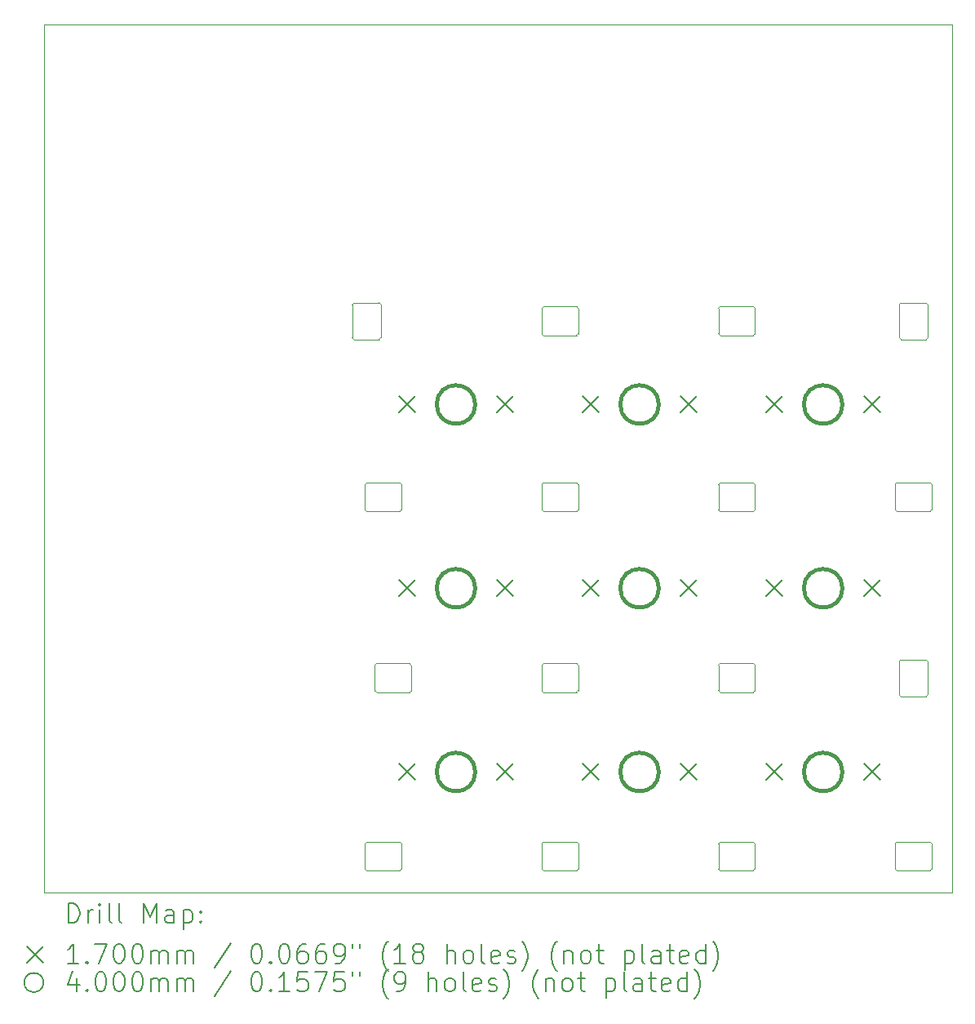
<source format=gbr>
%TF.GenerationSoftware,KiCad,Pcbnew,9.0.2*%
%TF.CreationDate,2025-06-22T22:41:08+03:00*%
%TF.ProjectId,macropad,6d616372-6f70-4616-942e-6b696361645f,rev?*%
%TF.SameCoordinates,Original*%
%TF.FileFunction,Drillmap*%
%TF.FilePolarity,Positive*%
%FSLAX45Y45*%
G04 Gerber Fmt 4.5, Leading zero omitted, Abs format (unit mm)*
G04 Created by KiCad (PCBNEW 9.0.2) date 2025-06-22 22:41:08*
%MOMM*%
%LPD*%
G01*
G04 APERTURE LIST*
%ADD10C,0.050000*%
%ADD11C,0.120000*%
%ADD12C,0.200000*%
%ADD13C,0.170000*%
%ADD14C,0.400000*%
G04 APERTURE END LIST*
D10*
X10775000Y-5300000D02*
X20200000Y-5300000D01*
X20200000Y-14300000D01*
X10775000Y-14300000D01*
X10775000Y-5300000D01*
D11*
X15943333Y-14055000D02*
X15943333Y-13795000D01*
X15963333Y-13775000D02*
X16303333Y-13775000D01*
X16303333Y-14075000D02*
X15963333Y-14075000D01*
X16323333Y-13795000D02*
X16323333Y-14055000D01*
X15943333Y-13795000D02*
G75*
G02*
X15963333Y-13775000I20000J0D01*
G01*
X15963333Y-14075000D02*
G75*
G02*
X15943333Y-14055000I0J20000D01*
G01*
X16303333Y-13775000D02*
G75*
G02*
X16323333Y-13795000I0J-20000D01*
G01*
X16323333Y-14055000D02*
G75*
G02*
X16303333Y-14075000I-20000J0D01*
G01*
X17776667Y-10330000D02*
X17776667Y-10070000D01*
X17796667Y-10050000D02*
X18136667Y-10050000D01*
X18136667Y-10350000D02*
X17796667Y-10350000D01*
X18156667Y-10070000D02*
X18156667Y-10330000D01*
X17776667Y-10070000D02*
G75*
G02*
X17796667Y-10050000I20000J0D01*
G01*
X17796667Y-10350000D02*
G75*
G02*
X17776667Y-10330000I0J20000D01*
G01*
X18136667Y-10050000D02*
G75*
G02*
X18156667Y-10070000I0J-20000D01*
G01*
X18156667Y-10330000D02*
G75*
G02*
X18136667Y-10350000I-20000J0D01*
G01*
X15943333Y-8505000D02*
X15943333Y-8245000D01*
X15963333Y-8225000D02*
X16303333Y-8225000D01*
X16303333Y-8525000D02*
X15963333Y-8525000D01*
X16323333Y-8245000D02*
X16323333Y-8505000D01*
X15943333Y-8245000D02*
G75*
G02*
X15963333Y-8225000I20000J0D01*
G01*
X15963333Y-8525000D02*
G75*
G02*
X15943333Y-8505000I0J20000D01*
G01*
X16303333Y-8225000D02*
G75*
G02*
X16323333Y-8245000I0J-20000D01*
G01*
X16323333Y-8505000D02*
G75*
G02*
X16303333Y-8525000I-20000J0D01*
G01*
X14110000Y-14055000D02*
X14110000Y-13795000D01*
X14130000Y-13775000D02*
X14470000Y-13775000D01*
X14470000Y-14075000D02*
X14130000Y-14075000D01*
X14490000Y-13795000D02*
X14490000Y-14055000D01*
X14110000Y-13795000D02*
G75*
G02*
X14130000Y-13775000I20000J0D01*
G01*
X14130000Y-14075000D02*
G75*
G02*
X14110000Y-14055000I0J20000D01*
G01*
X14470000Y-13775000D02*
G75*
G02*
X14490000Y-13795000I0J-20000D01*
G01*
X14490000Y-14055000D02*
G75*
G02*
X14470000Y-14075000I-20000J0D01*
G01*
X15943333Y-12205000D02*
X15943333Y-11945000D01*
X15963333Y-11925000D02*
X16303333Y-11925000D01*
X16303333Y-12225000D02*
X15963333Y-12225000D01*
X16323333Y-11945000D02*
X16323333Y-12205000D01*
X15943333Y-11945000D02*
G75*
G02*
X15963333Y-11925000I20000J0D01*
G01*
X15963333Y-12225000D02*
G75*
G02*
X15943333Y-12205000I0J20000D01*
G01*
X16303333Y-11925000D02*
G75*
G02*
X16323333Y-11945000I0J-20000D01*
G01*
X16323333Y-12205000D02*
G75*
G02*
X16303333Y-12225000I-20000J0D01*
G01*
X19610000Y-14055000D02*
X19610000Y-13795000D01*
X19630000Y-13775000D02*
X19970000Y-13775000D01*
X19970000Y-14075000D02*
X19630000Y-14075000D01*
X19990000Y-13795000D02*
X19990000Y-14055000D01*
X19610000Y-13795000D02*
G75*
G02*
X19630000Y-13775000I20000J0D01*
G01*
X19630000Y-14075000D02*
G75*
G02*
X19610000Y-14055000I0J20000D01*
G01*
X19970000Y-13775000D02*
G75*
G02*
X19990000Y-13795000I0J-20000D01*
G01*
X19990000Y-14055000D02*
G75*
G02*
X19970000Y-14075000I-20000J0D01*
G01*
X17776667Y-12205000D02*
X17776667Y-11945000D01*
X17796667Y-11925000D02*
X18136667Y-11925000D01*
X18136667Y-12225000D02*
X17796667Y-12225000D01*
X18156667Y-11945000D02*
X18156667Y-12205000D01*
X17776667Y-11945000D02*
G75*
G02*
X17796667Y-11925000I20000J0D01*
G01*
X17796667Y-12225000D02*
G75*
G02*
X17776667Y-12205000I0J20000D01*
G01*
X18136667Y-11925000D02*
G75*
G02*
X18156667Y-11945000I0J-20000D01*
G01*
X18156667Y-12205000D02*
G75*
G02*
X18136667Y-12225000I-20000J0D01*
G01*
X14210000Y-12205000D02*
X14210000Y-11945000D01*
X14230000Y-11925000D02*
X14570000Y-11925000D01*
X14570000Y-12225000D02*
X14230000Y-12225000D01*
X14590000Y-11945000D02*
X14590000Y-12205000D01*
X14210000Y-11945000D02*
G75*
G02*
X14230000Y-11925000I20000J0D01*
G01*
X14230000Y-12225000D02*
G75*
G02*
X14210000Y-12205000I0J20000D01*
G01*
X14570000Y-11925000D02*
G75*
G02*
X14590000Y-11945000I0J-20000D01*
G01*
X14590000Y-12205000D02*
G75*
G02*
X14570000Y-12225000I-20000J0D01*
G01*
X17776667Y-8505000D02*
X17776667Y-8245000D01*
X17796667Y-8225000D02*
X18136667Y-8225000D01*
X18136667Y-8525000D02*
X17796667Y-8525000D01*
X18156667Y-8245000D02*
X18156667Y-8505000D01*
X17776667Y-8245000D02*
G75*
G02*
X17796667Y-8225000I20000J0D01*
G01*
X17796667Y-8525000D02*
G75*
G02*
X17776667Y-8505000I0J20000D01*
G01*
X18136667Y-8225000D02*
G75*
G02*
X18156667Y-8245000I0J-20000D01*
G01*
X18156667Y-8505000D02*
G75*
G02*
X18136667Y-8525000I-20000J0D01*
G01*
X13975000Y-8545000D02*
X13975000Y-8205000D01*
X13995000Y-8185000D02*
X14255000Y-8185000D01*
X14255000Y-8565000D02*
X13995000Y-8565000D01*
X14275000Y-8205000D02*
X14275000Y-8545000D01*
X13975000Y-8205000D02*
G75*
G02*
X13995000Y-8185000I20000J0D01*
G01*
X13995000Y-8565000D02*
G75*
G02*
X13975000Y-8545000I0J20000D01*
G01*
X14255000Y-8185000D02*
G75*
G02*
X14275000Y-8205000I0J-20000D01*
G01*
X14275000Y-8545000D02*
G75*
G02*
X14255000Y-8565000I-20000J0D01*
G01*
X17776667Y-14055000D02*
X17776667Y-13795000D01*
X17796667Y-13775000D02*
X18136667Y-13775000D01*
X18136667Y-14075000D02*
X17796667Y-14075000D01*
X18156667Y-13795000D02*
X18156667Y-14055000D01*
X17776667Y-13795000D02*
G75*
G02*
X17796667Y-13775000I20000J0D01*
G01*
X17796667Y-14075000D02*
G75*
G02*
X17776667Y-14055000I0J20000D01*
G01*
X18136667Y-13775000D02*
G75*
G02*
X18156667Y-13795000I0J-20000D01*
G01*
X18156667Y-14055000D02*
G75*
G02*
X18136667Y-14075000I-20000J0D01*
G01*
X19650000Y-12245000D02*
X19650000Y-11905000D01*
X19670000Y-11885000D02*
X19930000Y-11885000D01*
X19930000Y-12265000D02*
X19670000Y-12265000D01*
X19950000Y-11905000D02*
X19950000Y-12245000D01*
X19650000Y-11905000D02*
G75*
G02*
X19670000Y-11885000I20000J0D01*
G01*
X19670000Y-12265000D02*
G75*
G02*
X19650000Y-12245000I0J20000D01*
G01*
X19930000Y-11885000D02*
G75*
G02*
X19950000Y-11905000I0J-20000D01*
G01*
X19950000Y-12245000D02*
G75*
G02*
X19930000Y-12265000I-20000J0D01*
G01*
X19610000Y-10330000D02*
X19610000Y-10070000D01*
X19630000Y-10050000D02*
X19970000Y-10050000D01*
X19970000Y-10350000D02*
X19630000Y-10350000D01*
X19990000Y-10070000D02*
X19990000Y-10330000D01*
X19610000Y-10070000D02*
G75*
G02*
X19630000Y-10050000I20000J0D01*
G01*
X19630000Y-10350000D02*
G75*
G02*
X19610000Y-10330000I0J20000D01*
G01*
X19970000Y-10050000D02*
G75*
G02*
X19990000Y-10070000I0J-20000D01*
G01*
X19990000Y-10330000D02*
G75*
G02*
X19970000Y-10350000I-20000J0D01*
G01*
X14110000Y-10330000D02*
X14110000Y-10070000D01*
X14130000Y-10050000D02*
X14470000Y-10050000D01*
X14470000Y-10350000D02*
X14130000Y-10350000D01*
X14490000Y-10070000D02*
X14490000Y-10330000D01*
X14110000Y-10070000D02*
G75*
G02*
X14130000Y-10050000I20000J0D01*
G01*
X14130000Y-10350000D02*
G75*
G02*
X14110000Y-10330000I0J20000D01*
G01*
X14470000Y-10050000D02*
G75*
G02*
X14490000Y-10070000I0J-20000D01*
G01*
X14490000Y-10330000D02*
G75*
G02*
X14470000Y-10350000I-20000J0D01*
G01*
X15943333Y-10330000D02*
X15943333Y-10070000D01*
X15963333Y-10050000D02*
X16303333Y-10050000D01*
X16303333Y-10350000D02*
X15963333Y-10350000D01*
X16323333Y-10070000D02*
X16323333Y-10330000D01*
X15943333Y-10070000D02*
G75*
G02*
X15963333Y-10050000I20000J0D01*
G01*
X15963333Y-10350000D02*
G75*
G02*
X15943333Y-10330000I0J20000D01*
G01*
X16303333Y-10050000D02*
G75*
G02*
X16323333Y-10070000I0J-20000D01*
G01*
X16323333Y-10330000D02*
G75*
G02*
X16303333Y-10350000I-20000J0D01*
G01*
X19650000Y-8545000D02*
X19650000Y-8205000D01*
X19670000Y-8185000D02*
X19930000Y-8185000D01*
X19930000Y-8565000D02*
X19670000Y-8565000D01*
X19950000Y-8205000D02*
X19950000Y-8545000D01*
X19650000Y-8205000D02*
G75*
G02*
X19670000Y-8185000I20000J0D01*
G01*
X19670000Y-8565000D02*
G75*
G02*
X19650000Y-8545000I0J20000D01*
G01*
X19930000Y-8185000D02*
G75*
G02*
X19950000Y-8205000I0J-20000D01*
G01*
X19950000Y-8545000D02*
G75*
G02*
X19930000Y-8565000I-20000J0D01*
G01*
D12*
D13*
X14460000Y-9155000D02*
X14630000Y-9325000D01*
X14630000Y-9155000D02*
X14460000Y-9325000D01*
X14460000Y-11060000D02*
X14630000Y-11230000D01*
X14630000Y-11060000D02*
X14460000Y-11230000D01*
X14460000Y-12965000D02*
X14630000Y-13135000D01*
X14630000Y-12965000D02*
X14460000Y-13135000D01*
X15476000Y-9155000D02*
X15646000Y-9325000D01*
X15646000Y-9155000D02*
X15476000Y-9325000D01*
X15476000Y-11060000D02*
X15646000Y-11230000D01*
X15646000Y-11060000D02*
X15476000Y-11230000D01*
X15476000Y-12965000D02*
X15646000Y-13135000D01*
X15646000Y-12965000D02*
X15476000Y-13135000D01*
X16365000Y-9155000D02*
X16535000Y-9325000D01*
X16535000Y-9155000D02*
X16365000Y-9325000D01*
X16365000Y-11060000D02*
X16535000Y-11230000D01*
X16535000Y-11060000D02*
X16365000Y-11230000D01*
X16365000Y-12965000D02*
X16535000Y-13135000D01*
X16535000Y-12965000D02*
X16365000Y-13135000D01*
X17381000Y-9155000D02*
X17551000Y-9325000D01*
X17551000Y-9155000D02*
X17381000Y-9325000D01*
X17381000Y-11060000D02*
X17551000Y-11230000D01*
X17551000Y-11060000D02*
X17381000Y-11230000D01*
X17381000Y-12965000D02*
X17551000Y-13135000D01*
X17551000Y-12965000D02*
X17381000Y-13135000D01*
X18270000Y-9155000D02*
X18440000Y-9325000D01*
X18440000Y-9155000D02*
X18270000Y-9325000D01*
X18270000Y-11060000D02*
X18440000Y-11230000D01*
X18440000Y-11060000D02*
X18270000Y-11230000D01*
X18270000Y-12965000D02*
X18440000Y-13135000D01*
X18440000Y-12965000D02*
X18270000Y-13135000D01*
X19286000Y-9155000D02*
X19456000Y-9325000D01*
X19456000Y-9155000D02*
X19286000Y-9325000D01*
X19286000Y-11060000D02*
X19456000Y-11230000D01*
X19456000Y-11060000D02*
X19286000Y-11230000D01*
X19286000Y-12965000D02*
X19456000Y-13135000D01*
X19456000Y-12965000D02*
X19286000Y-13135000D01*
D14*
X15253000Y-9240000D02*
G75*
G02*
X14853000Y-9240000I-200000J0D01*
G01*
X14853000Y-9240000D02*
G75*
G02*
X15253000Y-9240000I200000J0D01*
G01*
X15253000Y-11145000D02*
G75*
G02*
X14853000Y-11145000I-200000J0D01*
G01*
X14853000Y-11145000D02*
G75*
G02*
X15253000Y-11145000I200000J0D01*
G01*
X15253000Y-13050000D02*
G75*
G02*
X14853000Y-13050000I-200000J0D01*
G01*
X14853000Y-13050000D02*
G75*
G02*
X15253000Y-13050000I200000J0D01*
G01*
X17158000Y-9240000D02*
G75*
G02*
X16758000Y-9240000I-200000J0D01*
G01*
X16758000Y-9240000D02*
G75*
G02*
X17158000Y-9240000I200000J0D01*
G01*
X17158000Y-11145000D02*
G75*
G02*
X16758000Y-11145000I-200000J0D01*
G01*
X16758000Y-11145000D02*
G75*
G02*
X17158000Y-11145000I200000J0D01*
G01*
X17158000Y-13050000D02*
G75*
G02*
X16758000Y-13050000I-200000J0D01*
G01*
X16758000Y-13050000D02*
G75*
G02*
X17158000Y-13050000I200000J0D01*
G01*
X19063000Y-9240000D02*
G75*
G02*
X18663000Y-9240000I-200000J0D01*
G01*
X18663000Y-9240000D02*
G75*
G02*
X19063000Y-9240000I200000J0D01*
G01*
X19063000Y-11145000D02*
G75*
G02*
X18663000Y-11145000I-200000J0D01*
G01*
X18663000Y-11145000D02*
G75*
G02*
X19063000Y-11145000I200000J0D01*
G01*
X19063000Y-13050000D02*
G75*
G02*
X18663000Y-13050000I-200000J0D01*
G01*
X18663000Y-13050000D02*
G75*
G02*
X19063000Y-13050000I200000J0D01*
G01*
D12*
X11033277Y-14613984D02*
X11033277Y-14413984D01*
X11033277Y-14413984D02*
X11080896Y-14413984D01*
X11080896Y-14413984D02*
X11109467Y-14423508D01*
X11109467Y-14423508D02*
X11128515Y-14442555D01*
X11128515Y-14442555D02*
X11138039Y-14461603D01*
X11138039Y-14461603D02*
X11147563Y-14499698D01*
X11147563Y-14499698D02*
X11147563Y-14528269D01*
X11147563Y-14528269D02*
X11138039Y-14566365D01*
X11138039Y-14566365D02*
X11128515Y-14585412D01*
X11128515Y-14585412D02*
X11109467Y-14604460D01*
X11109467Y-14604460D02*
X11080896Y-14613984D01*
X11080896Y-14613984D02*
X11033277Y-14613984D01*
X11233277Y-14613984D02*
X11233277Y-14480650D01*
X11233277Y-14518746D02*
X11242801Y-14499698D01*
X11242801Y-14499698D02*
X11252324Y-14490174D01*
X11252324Y-14490174D02*
X11271372Y-14480650D01*
X11271372Y-14480650D02*
X11290420Y-14480650D01*
X11357086Y-14613984D02*
X11357086Y-14480650D01*
X11357086Y-14413984D02*
X11347562Y-14423508D01*
X11347562Y-14423508D02*
X11357086Y-14433031D01*
X11357086Y-14433031D02*
X11366610Y-14423508D01*
X11366610Y-14423508D02*
X11357086Y-14413984D01*
X11357086Y-14413984D02*
X11357086Y-14433031D01*
X11480896Y-14613984D02*
X11461848Y-14604460D01*
X11461848Y-14604460D02*
X11452324Y-14585412D01*
X11452324Y-14585412D02*
X11452324Y-14413984D01*
X11585658Y-14613984D02*
X11566610Y-14604460D01*
X11566610Y-14604460D02*
X11557086Y-14585412D01*
X11557086Y-14585412D02*
X11557086Y-14413984D01*
X11814229Y-14613984D02*
X11814229Y-14413984D01*
X11814229Y-14413984D02*
X11880896Y-14556841D01*
X11880896Y-14556841D02*
X11947562Y-14413984D01*
X11947562Y-14413984D02*
X11947562Y-14613984D01*
X12128515Y-14613984D02*
X12128515Y-14509222D01*
X12128515Y-14509222D02*
X12118991Y-14490174D01*
X12118991Y-14490174D02*
X12099943Y-14480650D01*
X12099943Y-14480650D02*
X12061848Y-14480650D01*
X12061848Y-14480650D02*
X12042801Y-14490174D01*
X12128515Y-14604460D02*
X12109467Y-14613984D01*
X12109467Y-14613984D02*
X12061848Y-14613984D01*
X12061848Y-14613984D02*
X12042801Y-14604460D01*
X12042801Y-14604460D02*
X12033277Y-14585412D01*
X12033277Y-14585412D02*
X12033277Y-14566365D01*
X12033277Y-14566365D02*
X12042801Y-14547317D01*
X12042801Y-14547317D02*
X12061848Y-14537793D01*
X12061848Y-14537793D02*
X12109467Y-14537793D01*
X12109467Y-14537793D02*
X12128515Y-14528269D01*
X12223753Y-14480650D02*
X12223753Y-14680650D01*
X12223753Y-14490174D02*
X12242801Y-14480650D01*
X12242801Y-14480650D02*
X12280896Y-14480650D01*
X12280896Y-14480650D02*
X12299943Y-14490174D01*
X12299943Y-14490174D02*
X12309467Y-14499698D01*
X12309467Y-14499698D02*
X12318991Y-14518746D01*
X12318991Y-14518746D02*
X12318991Y-14575888D01*
X12318991Y-14575888D02*
X12309467Y-14594936D01*
X12309467Y-14594936D02*
X12299943Y-14604460D01*
X12299943Y-14604460D02*
X12280896Y-14613984D01*
X12280896Y-14613984D02*
X12242801Y-14613984D01*
X12242801Y-14613984D02*
X12223753Y-14604460D01*
X12404705Y-14594936D02*
X12414229Y-14604460D01*
X12414229Y-14604460D02*
X12404705Y-14613984D01*
X12404705Y-14613984D02*
X12395182Y-14604460D01*
X12395182Y-14604460D02*
X12404705Y-14594936D01*
X12404705Y-14594936D02*
X12404705Y-14613984D01*
X12404705Y-14490174D02*
X12414229Y-14499698D01*
X12414229Y-14499698D02*
X12404705Y-14509222D01*
X12404705Y-14509222D02*
X12395182Y-14499698D01*
X12395182Y-14499698D02*
X12404705Y-14490174D01*
X12404705Y-14490174D02*
X12404705Y-14509222D01*
D13*
X10602500Y-14857500D02*
X10772500Y-15027500D01*
X10772500Y-14857500D02*
X10602500Y-15027500D01*
D12*
X11138039Y-15033984D02*
X11023753Y-15033984D01*
X11080896Y-15033984D02*
X11080896Y-14833984D01*
X11080896Y-14833984D02*
X11061848Y-14862555D01*
X11061848Y-14862555D02*
X11042801Y-14881603D01*
X11042801Y-14881603D02*
X11023753Y-14891127D01*
X11223753Y-15014936D02*
X11233277Y-15024460D01*
X11233277Y-15024460D02*
X11223753Y-15033984D01*
X11223753Y-15033984D02*
X11214229Y-15024460D01*
X11214229Y-15024460D02*
X11223753Y-15014936D01*
X11223753Y-15014936D02*
X11223753Y-15033984D01*
X11299943Y-14833984D02*
X11433277Y-14833984D01*
X11433277Y-14833984D02*
X11347562Y-15033984D01*
X11547562Y-14833984D02*
X11566610Y-14833984D01*
X11566610Y-14833984D02*
X11585658Y-14843508D01*
X11585658Y-14843508D02*
X11595182Y-14853031D01*
X11595182Y-14853031D02*
X11604705Y-14872079D01*
X11604705Y-14872079D02*
X11614229Y-14910174D01*
X11614229Y-14910174D02*
X11614229Y-14957793D01*
X11614229Y-14957793D02*
X11604705Y-14995888D01*
X11604705Y-14995888D02*
X11595182Y-15014936D01*
X11595182Y-15014936D02*
X11585658Y-15024460D01*
X11585658Y-15024460D02*
X11566610Y-15033984D01*
X11566610Y-15033984D02*
X11547562Y-15033984D01*
X11547562Y-15033984D02*
X11528515Y-15024460D01*
X11528515Y-15024460D02*
X11518991Y-15014936D01*
X11518991Y-15014936D02*
X11509467Y-14995888D01*
X11509467Y-14995888D02*
X11499943Y-14957793D01*
X11499943Y-14957793D02*
X11499943Y-14910174D01*
X11499943Y-14910174D02*
X11509467Y-14872079D01*
X11509467Y-14872079D02*
X11518991Y-14853031D01*
X11518991Y-14853031D02*
X11528515Y-14843508D01*
X11528515Y-14843508D02*
X11547562Y-14833984D01*
X11738039Y-14833984D02*
X11757086Y-14833984D01*
X11757086Y-14833984D02*
X11776134Y-14843508D01*
X11776134Y-14843508D02*
X11785658Y-14853031D01*
X11785658Y-14853031D02*
X11795182Y-14872079D01*
X11795182Y-14872079D02*
X11804705Y-14910174D01*
X11804705Y-14910174D02*
X11804705Y-14957793D01*
X11804705Y-14957793D02*
X11795182Y-14995888D01*
X11795182Y-14995888D02*
X11785658Y-15014936D01*
X11785658Y-15014936D02*
X11776134Y-15024460D01*
X11776134Y-15024460D02*
X11757086Y-15033984D01*
X11757086Y-15033984D02*
X11738039Y-15033984D01*
X11738039Y-15033984D02*
X11718991Y-15024460D01*
X11718991Y-15024460D02*
X11709467Y-15014936D01*
X11709467Y-15014936D02*
X11699943Y-14995888D01*
X11699943Y-14995888D02*
X11690420Y-14957793D01*
X11690420Y-14957793D02*
X11690420Y-14910174D01*
X11690420Y-14910174D02*
X11699943Y-14872079D01*
X11699943Y-14872079D02*
X11709467Y-14853031D01*
X11709467Y-14853031D02*
X11718991Y-14843508D01*
X11718991Y-14843508D02*
X11738039Y-14833984D01*
X11890420Y-15033984D02*
X11890420Y-14900650D01*
X11890420Y-14919698D02*
X11899943Y-14910174D01*
X11899943Y-14910174D02*
X11918991Y-14900650D01*
X11918991Y-14900650D02*
X11947563Y-14900650D01*
X11947563Y-14900650D02*
X11966610Y-14910174D01*
X11966610Y-14910174D02*
X11976134Y-14929222D01*
X11976134Y-14929222D02*
X11976134Y-15033984D01*
X11976134Y-14929222D02*
X11985658Y-14910174D01*
X11985658Y-14910174D02*
X12004705Y-14900650D01*
X12004705Y-14900650D02*
X12033277Y-14900650D01*
X12033277Y-14900650D02*
X12052324Y-14910174D01*
X12052324Y-14910174D02*
X12061848Y-14929222D01*
X12061848Y-14929222D02*
X12061848Y-15033984D01*
X12157086Y-15033984D02*
X12157086Y-14900650D01*
X12157086Y-14919698D02*
X12166610Y-14910174D01*
X12166610Y-14910174D02*
X12185658Y-14900650D01*
X12185658Y-14900650D02*
X12214229Y-14900650D01*
X12214229Y-14900650D02*
X12233277Y-14910174D01*
X12233277Y-14910174D02*
X12242801Y-14929222D01*
X12242801Y-14929222D02*
X12242801Y-15033984D01*
X12242801Y-14929222D02*
X12252324Y-14910174D01*
X12252324Y-14910174D02*
X12271372Y-14900650D01*
X12271372Y-14900650D02*
X12299943Y-14900650D01*
X12299943Y-14900650D02*
X12318991Y-14910174D01*
X12318991Y-14910174D02*
X12328515Y-14929222D01*
X12328515Y-14929222D02*
X12328515Y-15033984D01*
X12718991Y-14824460D02*
X12547563Y-15081603D01*
X12976134Y-14833984D02*
X12995182Y-14833984D01*
X12995182Y-14833984D02*
X13014229Y-14843508D01*
X13014229Y-14843508D02*
X13023753Y-14853031D01*
X13023753Y-14853031D02*
X13033277Y-14872079D01*
X13033277Y-14872079D02*
X13042801Y-14910174D01*
X13042801Y-14910174D02*
X13042801Y-14957793D01*
X13042801Y-14957793D02*
X13033277Y-14995888D01*
X13033277Y-14995888D02*
X13023753Y-15014936D01*
X13023753Y-15014936D02*
X13014229Y-15024460D01*
X13014229Y-15024460D02*
X12995182Y-15033984D01*
X12995182Y-15033984D02*
X12976134Y-15033984D01*
X12976134Y-15033984D02*
X12957086Y-15024460D01*
X12957086Y-15024460D02*
X12947563Y-15014936D01*
X12947563Y-15014936D02*
X12938039Y-14995888D01*
X12938039Y-14995888D02*
X12928515Y-14957793D01*
X12928515Y-14957793D02*
X12928515Y-14910174D01*
X12928515Y-14910174D02*
X12938039Y-14872079D01*
X12938039Y-14872079D02*
X12947563Y-14853031D01*
X12947563Y-14853031D02*
X12957086Y-14843508D01*
X12957086Y-14843508D02*
X12976134Y-14833984D01*
X13128515Y-15014936D02*
X13138039Y-15024460D01*
X13138039Y-15024460D02*
X13128515Y-15033984D01*
X13128515Y-15033984D02*
X13118991Y-15024460D01*
X13118991Y-15024460D02*
X13128515Y-15014936D01*
X13128515Y-15014936D02*
X13128515Y-15033984D01*
X13261848Y-14833984D02*
X13280896Y-14833984D01*
X13280896Y-14833984D02*
X13299944Y-14843508D01*
X13299944Y-14843508D02*
X13309467Y-14853031D01*
X13309467Y-14853031D02*
X13318991Y-14872079D01*
X13318991Y-14872079D02*
X13328515Y-14910174D01*
X13328515Y-14910174D02*
X13328515Y-14957793D01*
X13328515Y-14957793D02*
X13318991Y-14995888D01*
X13318991Y-14995888D02*
X13309467Y-15014936D01*
X13309467Y-15014936D02*
X13299944Y-15024460D01*
X13299944Y-15024460D02*
X13280896Y-15033984D01*
X13280896Y-15033984D02*
X13261848Y-15033984D01*
X13261848Y-15033984D02*
X13242801Y-15024460D01*
X13242801Y-15024460D02*
X13233277Y-15014936D01*
X13233277Y-15014936D02*
X13223753Y-14995888D01*
X13223753Y-14995888D02*
X13214229Y-14957793D01*
X13214229Y-14957793D02*
X13214229Y-14910174D01*
X13214229Y-14910174D02*
X13223753Y-14872079D01*
X13223753Y-14872079D02*
X13233277Y-14853031D01*
X13233277Y-14853031D02*
X13242801Y-14843508D01*
X13242801Y-14843508D02*
X13261848Y-14833984D01*
X13499944Y-14833984D02*
X13461848Y-14833984D01*
X13461848Y-14833984D02*
X13442801Y-14843508D01*
X13442801Y-14843508D02*
X13433277Y-14853031D01*
X13433277Y-14853031D02*
X13414229Y-14881603D01*
X13414229Y-14881603D02*
X13404706Y-14919698D01*
X13404706Y-14919698D02*
X13404706Y-14995888D01*
X13404706Y-14995888D02*
X13414229Y-15014936D01*
X13414229Y-15014936D02*
X13423753Y-15024460D01*
X13423753Y-15024460D02*
X13442801Y-15033984D01*
X13442801Y-15033984D02*
X13480896Y-15033984D01*
X13480896Y-15033984D02*
X13499944Y-15024460D01*
X13499944Y-15024460D02*
X13509467Y-15014936D01*
X13509467Y-15014936D02*
X13518991Y-14995888D01*
X13518991Y-14995888D02*
X13518991Y-14948269D01*
X13518991Y-14948269D02*
X13509467Y-14929222D01*
X13509467Y-14929222D02*
X13499944Y-14919698D01*
X13499944Y-14919698D02*
X13480896Y-14910174D01*
X13480896Y-14910174D02*
X13442801Y-14910174D01*
X13442801Y-14910174D02*
X13423753Y-14919698D01*
X13423753Y-14919698D02*
X13414229Y-14929222D01*
X13414229Y-14929222D02*
X13404706Y-14948269D01*
X13690420Y-14833984D02*
X13652325Y-14833984D01*
X13652325Y-14833984D02*
X13633277Y-14843508D01*
X13633277Y-14843508D02*
X13623753Y-14853031D01*
X13623753Y-14853031D02*
X13604706Y-14881603D01*
X13604706Y-14881603D02*
X13595182Y-14919698D01*
X13595182Y-14919698D02*
X13595182Y-14995888D01*
X13595182Y-14995888D02*
X13604706Y-15014936D01*
X13604706Y-15014936D02*
X13614229Y-15024460D01*
X13614229Y-15024460D02*
X13633277Y-15033984D01*
X13633277Y-15033984D02*
X13671372Y-15033984D01*
X13671372Y-15033984D02*
X13690420Y-15024460D01*
X13690420Y-15024460D02*
X13699944Y-15014936D01*
X13699944Y-15014936D02*
X13709467Y-14995888D01*
X13709467Y-14995888D02*
X13709467Y-14948269D01*
X13709467Y-14948269D02*
X13699944Y-14929222D01*
X13699944Y-14929222D02*
X13690420Y-14919698D01*
X13690420Y-14919698D02*
X13671372Y-14910174D01*
X13671372Y-14910174D02*
X13633277Y-14910174D01*
X13633277Y-14910174D02*
X13614229Y-14919698D01*
X13614229Y-14919698D02*
X13604706Y-14929222D01*
X13604706Y-14929222D02*
X13595182Y-14948269D01*
X13804706Y-15033984D02*
X13842801Y-15033984D01*
X13842801Y-15033984D02*
X13861848Y-15024460D01*
X13861848Y-15024460D02*
X13871372Y-15014936D01*
X13871372Y-15014936D02*
X13890420Y-14986365D01*
X13890420Y-14986365D02*
X13899944Y-14948269D01*
X13899944Y-14948269D02*
X13899944Y-14872079D01*
X13899944Y-14872079D02*
X13890420Y-14853031D01*
X13890420Y-14853031D02*
X13880896Y-14843508D01*
X13880896Y-14843508D02*
X13861848Y-14833984D01*
X13861848Y-14833984D02*
X13823753Y-14833984D01*
X13823753Y-14833984D02*
X13804706Y-14843508D01*
X13804706Y-14843508D02*
X13795182Y-14853031D01*
X13795182Y-14853031D02*
X13785658Y-14872079D01*
X13785658Y-14872079D02*
X13785658Y-14919698D01*
X13785658Y-14919698D02*
X13795182Y-14938746D01*
X13795182Y-14938746D02*
X13804706Y-14948269D01*
X13804706Y-14948269D02*
X13823753Y-14957793D01*
X13823753Y-14957793D02*
X13861848Y-14957793D01*
X13861848Y-14957793D02*
X13880896Y-14948269D01*
X13880896Y-14948269D02*
X13890420Y-14938746D01*
X13890420Y-14938746D02*
X13899944Y-14919698D01*
X13976134Y-14833984D02*
X13976134Y-14872079D01*
X14052325Y-14833984D02*
X14052325Y-14872079D01*
X14347563Y-15110174D02*
X14338039Y-15100650D01*
X14338039Y-15100650D02*
X14318991Y-15072079D01*
X14318991Y-15072079D02*
X14309468Y-15053031D01*
X14309468Y-15053031D02*
X14299944Y-15024460D01*
X14299944Y-15024460D02*
X14290420Y-14976841D01*
X14290420Y-14976841D02*
X14290420Y-14938746D01*
X14290420Y-14938746D02*
X14299944Y-14891127D01*
X14299944Y-14891127D02*
X14309468Y-14862555D01*
X14309468Y-14862555D02*
X14318991Y-14843508D01*
X14318991Y-14843508D02*
X14338039Y-14814936D01*
X14338039Y-14814936D02*
X14347563Y-14805412D01*
X14528515Y-15033984D02*
X14414229Y-15033984D01*
X14471372Y-15033984D02*
X14471372Y-14833984D01*
X14471372Y-14833984D02*
X14452325Y-14862555D01*
X14452325Y-14862555D02*
X14433277Y-14881603D01*
X14433277Y-14881603D02*
X14414229Y-14891127D01*
X14642801Y-14919698D02*
X14623753Y-14910174D01*
X14623753Y-14910174D02*
X14614229Y-14900650D01*
X14614229Y-14900650D02*
X14604706Y-14881603D01*
X14604706Y-14881603D02*
X14604706Y-14872079D01*
X14604706Y-14872079D02*
X14614229Y-14853031D01*
X14614229Y-14853031D02*
X14623753Y-14843508D01*
X14623753Y-14843508D02*
X14642801Y-14833984D01*
X14642801Y-14833984D02*
X14680896Y-14833984D01*
X14680896Y-14833984D02*
X14699944Y-14843508D01*
X14699944Y-14843508D02*
X14709468Y-14853031D01*
X14709468Y-14853031D02*
X14718991Y-14872079D01*
X14718991Y-14872079D02*
X14718991Y-14881603D01*
X14718991Y-14881603D02*
X14709468Y-14900650D01*
X14709468Y-14900650D02*
X14699944Y-14910174D01*
X14699944Y-14910174D02*
X14680896Y-14919698D01*
X14680896Y-14919698D02*
X14642801Y-14919698D01*
X14642801Y-14919698D02*
X14623753Y-14929222D01*
X14623753Y-14929222D02*
X14614229Y-14938746D01*
X14614229Y-14938746D02*
X14604706Y-14957793D01*
X14604706Y-14957793D02*
X14604706Y-14995888D01*
X14604706Y-14995888D02*
X14614229Y-15014936D01*
X14614229Y-15014936D02*
X14623753Y-15024460D01*
X14623753Y-15024460D02*
X14642801Y-15033984D01*
X14642801Y-15033984D02*
X14680896Y-15033984D01*
X14680896Y-15033984D02*
X14699944Y-15024460D01*
X14699944Y-15024460D02*
X14709468Y-15014936D01*
X14709468Y-15014936D02*
X14718991Y-14995888D01*
X14718991Y-14995888D02*
X14718991Y-14957793D01*
X14718991Y-14957793D02*
X14709468Y-14938746D01*
X14709468Y-14938746D02*
X14699944Y-14929222D01*
X14699944Y-14929222D02*
X14680896Y-14919698D01*
X14957087Y-15033984D02*
X14957087Y-14833984D01*
X15042801Y-15033984D02*
X15042801Y-14929222D01*
X15042801Y-14929222D02*
X15033277Y-14910174D01*
X15033277Y-14910174D02*
X15014230Y-14900650D01*
X15014230Y-14900650D02*
X14985658Y-14900650D01*
X14985658Y-14900650D02*
X14966610Y-14910174D01*
X14966610Y-14910174D02*
X14957087Y-14919698D01*
X15166610Y-15033984D02*
X15147563Y-15024460D01*
X15147563Y-15024460D02*
X15138039Y-15014936D01*
X15138039Y-15014936D02*
X15128515Y-14995888D01*
X15128515Y-14995888D02*
X15128515Y-14938746D01*
X15128515Y-14938746D02*
X15138039Y-14919698D01*
X15138039Y-14919698D02*
X15147563Y-14910174D01*
X15147563Y-14910174D02*
X15166610Y-14900650D01*
X15166610Y-14900650D02*
X15195182Y-14900650D01*
X15195182Y-14900650D02*
X15214230Y-14910174D01*
X15214230Y-14910174D02*
X15223753Y-14919698D01*
X15223753Y-14919698D02*
X15233277Y-14938746D01*
X15233277Y-14938746D02*
X15233277Y-14995888D01*
X15233277Y-14995888D02*
X15223753Y-15014936D01*
X15223753Y-15014936D02*
X15214230Y-15024460D01*
X15214230Y-15024460D02*
X15195182Y-15033984D01*
X15195182Y-15033984D02*
X15166610Y-15033984D01*
X15347563Y-15033984D02*
X15328515Y-15024460D01*
X15328515Y-15024460D02*
X15318991Y-15005412D01*
X15318991Y-15005412D02*
X15318991Y-14833984D01*
X15499944Y-15024460D02*
X15480896Y-15033984D01*
X15480896Y-15033984D02*
X15442801Y-15033984D01*
X15442801Y-15033984D02*
X15423753Y-15024460D01*
X15423753Y-15024460D02*
X15414230Y-15005412D01*
X15414230Y-15005412D02*
X15414230Y-14929222D01*
X15414230Y-14929222D02*
X15423753Y-14910174D01*
X15423753Y-14910174D02*
X15442801Y-14900650D01*
X15442801Y-14900650D02*
X15480896Y-14900650D01*
X15480896Y-14900650D02*
X15499944Y-14910174D01*
X15499944Y-14910174D02*
X15509468Y-14929222D01*
X15509468Y-14929222D02*
X15509468Y-14948269D01*
X15509468Y-14948269D02*
X15414230Y-14967317D01*
X15585658Y-15024460D02*
X15604706Y-15033984D01*
X15604706Y-15033984D02*
X15642801Y-15033984D01*
X15642801Y-15033984D02*
X15661849Y-15024460D01*
X15661849Y-15024460D02*
X15671372Y-15005412D01*
X15671372Y-15005412D02*
X15671372Y-14995888D01*
X15671372Y-14995888D02*
X15661849Y-14976841D01*
X15661849Y-14976841D02*
X15642801Y-14967317D01*
X15642801Y-14967317D02*
X15614230Y-14967317D01*
X15614230Y-14967317D02*
X15595182Y-14957793D01*
X15595182Y-14957793D02*
X15585658Y-14938746D01*
X15585658Y-14938746D02*
X15585658Y-14929222D01*
X15585658Y-14929222D02*
X15595182Y-14910174D01*
X15595182Y-14910174D02*
X15614230Y-14900650D01*
X15614230Y-14900650D02*
X15642801Y-14900650D01*
X15642801Y-14900650D02*
X15661849Y-14910174D01*
X15738039Y-15110174D02*
X15747563Y-15100650D01*
X15747563Y-15100650D02*
X15766611Y-15072079D01*
X15766611Y-15072079D02*
X15776134Y-15053031D01*
X15776134Y-15053031D02*
X15785658Y-15024460D01*
X15785658Y-15024460D02*
X15795182Y-14976841D01*
X15795182Y-14976841D02*
X15795182Y-14938746D01*
X15795182Y-14938746D02*
X15785658Y-14891127D01*
X15785658Y-14891127D02*
X15776134Y-14862555D01*
X15776134Y-14862555D02*
X15766611Y-14843508D01*
X15766611Y-14843508D02*
X15747563Y-14814936D01*
X15747563Y-14814936D02*
X15738039Y-14805412D01*
X16099944Y-15110174D02*
X16090420Y-15100650D01*
X16090420Y-15100650D02*
X16071372Y-15072079D01*
X16071372Y-15072079D02*
X16061849Y-15053031D01*
X16061849Y-15053031D02*
X16052325Y-15024460D01*
X16052325Y-15024460D02*
X16042801Y-14976841D01*
X16042801Y-14976841D02*
X16042801Y-14938746D01*
X16042801Y-14938746D02*
X16052325Y-14891127D01*
X16052325Y-14891127D02*
X16061849Y-14862555D01*
X16061849Y-14862555D02*
X16071372Y-14843508D01*
X16071372Y-14843508D02*
X16090420Y-14814936D01*
X16090420Y-14814936D02*
X16099944Y-14805412D01*
X16176134Y-14900650D02*
X16176134Y-15033984D01*
X16176134Y-14919698D02*
X16185658Y-14910174D01*
X16185658Y-14910174D02*
X16204706Y-14900650D01*
X16204706Y-14900650D02*
X16233277Y-14900650D01*
X16233277Y-14900650D02*
X16252325Y-14910174D01*
X16252325Y-14910174D02*
X16261849Y-14929222D01*
X16261849Y-14929222D02*
X16261849Y-15033984D01*
X16385658Y-15033984D02*
X16366611Y-15024460D01*
X16366611Y-15024460D02*
X16357087Y-15014936D01*
X16357087Y-15014936D02*
X16347563Y-14995888D01*
X16347563Y-14995888D02*
X16347563Y-14938746D01*
X16347563Y-14938746D02*
X16357087Y-14919698D01*
X16357087Y-14919698D02*
X16366611Y-14910174D01*
X16366611Y-14910174D02*
X16385658Y-14900650D01*
X16385658Y-14900650D02*
X16414230Y-14900650D01*
X16414230Y-14900650D02*
X16433277Y-14910174D01*
X16433277Y-14910174D02*
X16442801Y-14919698D01*
X16442801Y-14919698D02*
X16452325Y-14938746D01*
X16452325Y-14938746D02*
X16452325Y-14995888D01*
X16452325Y-14995888D02*
X16442801Y-15014936D01*
X16442801Y-15014936D02*
X16433277Y-15024460D01*
X16433277Y-15024460D02*
X16414230Y-15033984D01*
X16414230Y-15033984D02*
X16385658Y-15033984D01*
X16509468Y-14900650D02*
X16585658Y-14900650D01*
X16538039Y-14833984D02*
X16538039Y-15005412D01*
X16538039Y-15005412D02*
X16547563Y-15024460D01*
X16547563Y-15024460D02*
X16566611Y-15033984D01*
X16566611Y-15033984D02*
X16585658Y-15033984D01*
X16804706Y-14900650D02*
X16804706Y-15100650D01*
X16804706Y-14910174D02*
X16823754Y-14900650D01*
X16823754Y-14900650D02*
X16861849Y-14900650D01*
X16861849Y-14900650D02*
X16880896Y-14910174D01*
X16880896Y-14910174D02*
X16890420Y-14919698D01*
X16890420Y-14919698D02*
X16899944Y-14938746D01*
X16899944Y-14938746D02*
X16899944Y-14995888D01*
X16899944Y-14995888D02*
X16890420Y-15014936D01*
X16890420Y-15014936D02*
X16880896Y-15024460D01*
X16880896Y-15024460D02*
X16861849Y-15033984D01*
X16861849Y-15033984D02*
X16823754Y-15033984D01*
X16823754Y-15033984D02*
X16804706Y-15024460D01*
X17014230Y-15033984D02*
X16995182Y-15024460D01*
X16995182Y-15024460D02*
X16985658Y-15005412D01*
X16985658Y-15005412D02*
X16985658Y-14833984D01*
X17176135Y-15033984D02*
X17176135Y-14929222D01*
X17176135Y-14929222D02*
X17166611Y-14910174D01*
X17166611Y-14910174D02*
X17147563Y-14900650D01*
X17147563Y-14900650D02*
X17109468Y-14900650D01*
X17109468Y-14900650D02*
X17090420Y-14910174D01*
X17176135Y-15024460D02*
X17157087Y-15033984D01*
X17157087Y-15033984D02*
X17109468Y-15033984D01*
X17109468Y-15033984D02*
X17090420Y-15024460D01*
X17090420Y-15024460D02*
X17080896Y-15005412D01*
X17080896Y-15005412D02*
X17080896Y-14986365D01*
X17080896Y-14986365D02*
X17090420Y-14967317D01*
X17090420Y-14967317D02*
X17109468Y-14957793D01*
X17109468Y-14957793D02*
X17157087Y-14957793D01*
X17157087Y-14957793D02*
X17176135Y-14948269D01*
X17242801Y-14900650D02*
X17318992Y-14900650D01*
X17271373Y-14833984D02*
X17271373Y-15005412D01*
X17271373Y-15005412D02*
X17280896Y-15024460D01*
X17280896Y-15024460D02*
X17299944Y-15033984D01*
X17299944Y-15033984D02*
X17318992Y-15033984D01*
X17461849Y-15024460D02*
X17442801Y-15033984D01*
X17442801Y-15033984D02*
X17404706Y-15033984D01*
X17404706Y-15033984D02*
X17385658Y-15024460D01*
X17385658Y-15024460D02*
X17376135Y-15005412D01*
X17376135Y-15005412D02*
X17376135Y-14929222D01*
X17376135Y-14929222D02*
X17385658Y-14910174D01*
X17385658Y-14910174D02*
X17404706Y-14900650D01*
X17404706Y-14900650D02*
X17442801Y-14900650D01*
X17442801Y-14900650D02*
X17461849Y-14910174D01*
X17461849Y-14910174D02*
X17471373Y-14929222D01*
X17471373Y-14929222D02*
X17471373Y-14948269D01*
X17471373Y-14948269D02*
X17376135Y-14967317D01*
X17642801Y-15033984D02*
X17642801Y-14833984D01*
X17642801Y-15024460D02*
X17623754Y-15033984D01*
X17623754Y-15033984D02*
X17585658Y-15033984D01*
X17585658Y-15033984D02*
X17566611Y-15024460D01*
X17566611Y-15024460D02*
X17557087Y-15014936D01*
X17557087Y-15014936D02*
X17547563Y-14995888D01*
X17547563Y-14995888D02*
X17547563Y-14938746D01*
X17547563Y-14938746D02*
X17557087Y-14919698D01*
X17557087Y-14919698D02*
X17566611Y-14910174D01*
X17566611Y-14910174D02*
X17585658Y-14900650D01*
X17585658Y-14900650D02*
X17623754Y-14900650D01*
X17623754Y-14900650D02*
X17642801Y-14910174D01*
X17718992Y-15110174D02*
X17728516Y-15100650D01*
X17728516Y-15100650D02*
X17747563Y-15072079D01*
X17747563Y-15072079D02*
X17757087Y-15053031D01*
X17757087Y-15053031D02*
X17766611Y-15024460D01*
X17766611Y-15024460D02*
X17776135Y-14976841D01*
X17776135Y-14976841D02*
X17776135Y-14938746D01*
X17776135Y-14938746D02*
X17766611Y-14891127D01*
X17766611Y-14891127D02*
X17757087Y-14862555D01*
X17757087Y-14862555D02*
X17747563Y-14843508D01*
X17747563Y-14843508D02*
X17728516Y-14814936D01*
X17728516Y-14814936D02*
X17718992Y-14805412D01*
X10772500Y-15232500D02*
G75*
G02*
X10572500Y-15232500I-100000J0D01*
G01*
X10572500Y-15232500D02*
G75*
G02*
X10772500Y-15232500I100000J0D01*
G01*
X11118991Y-15190650D02*
X11118991Y-15323984D01*
X11071372Y-15114460D02*
X11023753Y-15257317D01*
X11023753Y-15257317D02*
X11147563Y-15257317D01*
X11223753Y-15304936D02*
X11233277Y-15314460D01*
X11233277Y-15314460D02*
X11223753Y-15323984D01*
X11223753Y-15323984D02*
X11214229Y-15314460D01*
X11214229Y-15314460D02*
X11223753Y-15304936D01*
X11223753Y-15304936D02*
X11223753Y-15323984D01*
X11357086Y-15123984D02*
X11376134Y-15123984D01*
X11376134Y-15123984D02*
X11395182Y-15133508D01*
X11395182Y-15133508D02*
X11404705Y-15143031D01*
X11404705Y-15143031D02*
X11414229Y-15162079D01*
X11414229Y-15162079D02*
X11423753Y-15200174D01*
X11423753Y-15200174D02*
X11423753Y-15247793D01*
X11423753Y-15247793D02*
X11414229Y-15285888D01*
X11414229Y-15285888D02*
X11404705Y-15304936D01*
X11404705Y-15304936D02*
X11395182Y-15314460D01*
X11395182Y-15314460D02*
X11376134Y-15323984D01*
X11376134Y-15323984D02*
X11357086Y-15323984D01*
X11357086Y-15323984D02*
X11338039Y-15314460D01*
X11338039Y-15314460D02*
X11328515Y-15304936D01*
X11328515Y-15304936D02*
X11318991Y-15285888D01*
X11318991Y-15285888D02*
X11309467Y-15247793D01*
X11309467Y-15247793D02*
X11309467Y-15200174D01*
X11309467Y-15200174D02*
X11318991Y-15162079D01*
X11318991Y-15162079D02*
X11328515Y-15143031D01*
X11328515Y-15143031D02*
X11338039Y-15133508D01*
X11338039Y-15133508D02*
X11357086Y-15123984D01*
X11547562Y-15123984D02*
X11566610Y-15123984D01*
X11566610Y-15123984D02*
X11585658Y-15133508D01*
X11585658Y-15133508D02*
X11595182Y-15143031D01*
X11595182Y-15143031D02*
X11604705Y-15162079D01*
X11604705Y-15162079D02*
X11614229Y-15200174D01*
X11614229Y-15200174D02*
X11614229Y-15247793D01*
X11614229Y-15247793D02*
X11604705Y-15285888D01*
X11604705Y-15285888D02*
X11595182Y-15304936D01*
X11595182Y-15304936D02*
X11585658Y-15314460D01*
X11585658Y-15314460D02*
X11566610Y-15323984D01*
X11566610Y-15323984D02*
X11547562Y-15323984D01*
X11547562Y-15323984D02*
X11528515Y-15314460D01*
X11528515Y-15314460D02*
X11518991Y-15304936D01*
X11518991Y-15304936D02*
X11509467Y-15285888D01*
X11509467Y-15285888D02*
X11499943Y-15247793D01*
X11499943Y-15247793D02*
X11499943Y-15200174D01*
X11499943Y-15200174D02*
X11509467Y-15162079D01*
X11509467Y-15162079D02*
X11518991Y-15143031D01*
X11518991Y-15143031D02*
X11528515Y-15133508D01*
X11528515Y-15133508D02*
X11547562Y-15123984D01*
X11738039Y-15123984D02*
X11757086Y-15123984D01*
X11757086Y-15123984D02*
X11776134Y-15133508D01*
X11776134Y-15133508D02*
X11785658Y-15143031D01*
X11785658Y-15143031D02*
X11795182Y-15162079D01*
X11795182Y-15162079D02*
X11804705Y-15200174D01*
X11804705Y-15200174D02*
X11804705Y-15247793D01*
X11804705Y-15247793D02*
X11795182Y-15285888D01*
X11795182Y-15285888D02*
X11785658Y-15304936D01*
X11785658Y-15304936D02*
X11776134Y-15314460D01*
X11776134Y-15314460D02*
X11757086Y-15323984D01*
X11757086Y-15323984D02*
X11738039Y-15323984D01*
X11738039Y-15323984D02*
X11718991Y-15314460D01*
X11718991Y-15314460D02*
X11709467Y-15304936D01*
X11709467Y-15304936D02*
X11699943Y-15285888D01*
X11699943Y-15285888D02*
X11690420Y-15247793D01*
X11690420Y-15247793D02*
X11690420Y-15200174D01*
X11690420Y-15200174D02*
X11699943Y-15162079D01*
X11699943Y-15162079D02*
X11709467Y-15143031D01*
X11709467Y-15143031D02*
X11718991Y-15133508D01*
X11718991Y-15133508D02*
X11738039Y-15123984D01*
X11890420Y-15323984D02*
X11890420Y-15190650D01*
X11890420Y-15209698D02*
X11899943Y-15200174D01*
X11899943Y-15200174D02*
X11918991Y-15190650D01*
X11918991Y-15190650D02*
X11947563Y-15190650D01*
X11947563Y-15190650D02*
X11966610Y-15200174D01*
X11966610Y-15200174D02*
X11976134Y-15219222D01*
X11976134Y-15219222D02*
X11976134Y-15323984D01*
X11976134Y-15219222D02*
X11985658Y-15200174D01*
X11985658Y-15200174D02*
X12004705Y-15190650D01*
X12004705Y-15190650D02*
X12033277Y-15190650D01*
X12033277Y-15190650D02*
X12052324Y-15200174D01*
X12052324Y-15200174D02*
X12061848Y-15219222D01*
X12061848Y-15219222D02*
X12061848Y-15323984D01*
X12157086Y-15323984D02*
X12157086Y-15190650D01*
X12157086Y-15209698D02*
X12166610Y-15200174D01*
X12166610Y-15200174D02*
X12185658Y-15190650D01*
X12185658Y-15190650D02*
X12214229Y-15190650D01*
X12214229Y-15190650D02*
X12233277Y-15200174D01*
X12233277Y-15200174D02*
X12242801Y-15219222D01*
X12242801Y-15219222D02*
X12242801Y-15323984D01*
X12242801Y-15219222D02*
X12252324Y-15200174D01*
X12252324Y-15200174D02*
X12271372Y-15190650D01*
X12271372Y-15190650D02*
X12299943Y-15190650D01*
X12299943Y-15190650D02*
X12318991Y-15200174D01*
X12318991Y-15200174D02*
X12328515Y-15219222D01*
X12328515Y-15219222D02*
X12328515Y-15323984D01*
X12718991Y-15114460D02*
X12547563Y-15371603D01*
X12976134Y-15123984D02*
X12995182Y-15123984D01*
X12995182Y-15123984D02*
X13014229Y-15133508D01*
X13014229Y-15133508D02*
X13023753Y-15143031D01*
X13023753Y-15143031D02*
X13033277Y-15162079D01*
X13033277Y-15162079D02*
X13042801Y-15200174D01*
X13042801Y-15200174D02*
X13042801Y-15247793D01*
X13042801Y-15247793D02*
X13033277Y-15285888D01*
X13033277Y-15285888D02*
X13023753Y-15304936D01*
X13023753Y-15304936D02*
X13014229Y-15314460D01*
X13014229Y-15314460D02*
X12995182Y-15323984D01*
X12995182Y-15323984D02*
X12976134Y-15323984D01*
X12976134Y-15323984D02*
X12957086Y-15314460D01*
X12957086Y-15314460D02*
X12947563Y-15304936D01*
X12947563Y-15304936D02*
X12938039Y-15285888D01*
X12938039Y-15285888D02*
X12928515Y-15247793D01*
X12928515Y-15247793D02*
X12928515Y-15200174D01*
X12928515Y-15200174D02*
X12938039Y-15162079D01*
X12938039Y-15162079D02*
X12947563Y-15143031D01*
X12947563Y-15143031D02*
X12957086Y-15133508D01*
X12957086Y-15133508D02*
X12976134Y-15123984D01*
X13128515Y-15304936D02*
X13138039Y-15314460D01*
X13138039Y-15314460D02*
X13128515Y-15323984D01*
X13128515Y-15323984D02*
X13118991Y-15314460D01*
X13118991Y-15314460D02*
X13128515Y-15304936D01*
X13128515Y-15304936D02*
X13128515Y-15323984D01*
X13328515Y-15323984D02*
X13214229Y-15323984D01*
X13271372Y-15323984D02*
X13271372Y-15123984D01*
X13271372Y-15123984D02*
X13252325Y-15152555D01*
X13252325Y-15152555D02*
X13233277Y-15171603D01*
X13233277Y-15171603D02*
X13214229Y-15181127D01*
X13509467Y-15123984D02*
X13414229Y-15123984D01*
X13414229Y-15123984D02*
X13404706Y-15219222D01*
X13404706Y-15219222D02*
X13414229Y-15209698D01*
X13414229Y-15209698D02*
X13433277Y-15200174D01*
X13433277Y-15200174D02*
X13480896Y-15200174D01*
X13480896Y-15200174D02*
X13499944Y-15209698D01*
X13499944Y-15209698D02*
X13509467Y-15219222D01*
X13509467Y-15219222D02*
X13518991Y-15238269D01*
X13518991Y-15238269D02*
X13518991Y-15285888D01*
X13518991Y-15285888D02*
X13509467Y-15304936D01*
X13509467Y-15304936D02*
X13499944Y-15314460D01*
X13499944Y-15314460D02*
X13480896Y-15323984D01*
X13480896Y-15323984D02*
X13433277Y-15323984D01*
X13433277Y-15323984D02*
X13414229Y-15314460D01*
X13414229Y-15314460D02*
X13404706Y-15304936D01*
X13585658Y-15123984D02*
X13718991Y-15123984D01*
X13718991Y-15123984D02*
X13633277Y-15323984D01*
X13890420Y-15123984D02*
X13795182Y-15123984D01*
X13795182Y-15123984D02*
X13785658Y-15219222D01*
X13785658Y-15219222D02*
X13795182Y-15209698D01*
X13795182Y-15209698D02*
X13814229Y-15200174D01*
X13814229Y-15200174D02*
X13861848Y-15200174D01*
X13861848Y-15200174D02*
X13880896Y-15209698D01*
X13880896Y-15209698D02*
X13890420Y-15219222D01*
X13890420Y-15219222D02*
X13899944Y-15238269D01*
X13899944Y-15238269D02*
X13899944Y-15285888D01*
X13899944Y-15285888D02*
X13890420Y-15304936D01*
X13890420Y-15304936D02*
X13880896Y-15314460D01*
X13880896Y-15314460D02*
X13861848Y-15323984D01*
X13861848Y-15323984D02*
X13814229Y-15323984D01*
X13814229Y-15323984D02*
X13795182Y-15314460D01*
X13795182Y-15314460D02*
X13785658Y-15304936D01*
X13976134Y-15123984D02*
X13976134Y-15162079D01*
X14052325Y-15123984D02*
X14052325Y-15162079D01*
X14347563Y-15400174D02*
X14338039Y-15390650D01*
X14338039Y-15390650D02*
X14318991Y-15362079D01*
X14318991Y-15362079D02*
X14309468Y-15343031D01*
X14309468Y-15343031D02*
X14299944Y-15314460D01*
X14299944Y-15314460D02*
X14290420Y-15266841D01*
X14290420Y-15266841D02*
X14290420Y-15228746D01*
X14290420Y-15228746D02*
X14299944Y-15181127D01*
X14299944Y-15181127D02*
X14309468Y-15152555D01*
X14309468Y-15152555D02*
X14318991Y-15133508D01*
X14318991Y-15133508D02*
X14338039Y-15104936D01*
X14338039Y-15104936D02*
X14347563Y-15095412D01*
X14433277Y-15323984D02*
X14471372Y-15323984D01*
X14471372Y-15323984D02*
X14490420Y-15314460D01*
X14490420Y-15314460D02*
X14499944Y-15304936D01*
X14499944Y-15304936D02*
X14518991Y-15276365D01*
X14518991Y-15276365D02*
X14528515Y-15238269D01*
X14528515Y-15238269D02*
X14528515Y-15162079D01*
X14528515Y-15162079D02*
X14518991Y-15143031D01*
X14518991Y-15143031D02*
X14509468Y-15133508D01*
X14509468Y-15133508D02*
X14490420Y-15123984D01*
X14490420Y-15123984D02*
X14452325Y-15123984D01*
X14452325Y-15123984D02*
X14433277Y-15133508D01*
X14433277Y-15133508D02*
X14423753Y-15143031D01*
X14423753Y-15143031D02*
X14414229Y-15162079D01*
X14414229Y-15162079D02*
X14414229Y-15209698D01*
X14414229Y-15209698D02*
X14423753Y-15228746D01*
X14423753Y-15228746D02*
X14433277Y-15238269D01*
X14433277Y-15238269D02*
X14452325Y-15247793D01*
X14452325Y-15247793D02*
X14490420Y-15247793D01*
X14490420Y-15247793D02*
X14509468Y-15238269D01*
X14509468Y-15238269D02*
X14518991Y-15228746D01*
X14518991Y-15228746D02*
X14528515Y-15209698D01*
X14766610Y-15323984D02*
X14766610Y-15123984D01*
X14852325Y-15323984D02*
X14852325Y-15219222D01*
X14852325Y-15219222D02*
X14842801Y-15200174D01*
X14842801Y-15200174D02*
X14823753Y-15190650D01*
X14823753Y-15190650D02*
X14795182Y-15190650D01*
X14795182Y-15190650D02*
X14776134Y-15200174D01*
X14776134Y-15200174D02*
X14766610Y-15209698D01*
X14976134Y-15323984D02*
X14957087Y-15314460D01*
X14957087Y-15314460D02*
X14947563Y-15304936D01*
X14947563Y-15304936D02*
X14938039Y-15285888D01*
X14938039Y-15285888D02*
X14938039Y-15228746D01*
X14938039Y-15228746D02*
X14947563Y-15209698D01*
X14947563Y-15209698D02*
X14957087Y-15200174D01*
X14957087Y-15200174D02*
X14976134Y-15190650D01*
X14976134Y-15190650D02*
X15004706Y-15190650D01*
X15004706Y-15190650D02*
X15023753Y-15200174D01*
X15023753Y-15200174D02*
X15033277Y-15209698D01*
X15033277Y-15209698D02*
X15042801Y-15228746D01*
X15042801Y-15228746D02*
X15042801Y-15285888D01*
X15042801Y-15285888D02*
X15033277Y-15304936D01*
X15033277Y-15304936D02*
X15023753Y-15314460D01*
X15023753Y-15314460D02*
X15004706Y-15323984D01*
X15004706Y-15323984D02*
X14976134Y-15323984D01*
X15157087Y-15323984D02*
X15138039Y-15314460D01*
X15138039Y-15314460D02*
X15128515Y-15295412D01*
X15128515Y-15295412D02*
X15128515Y-15123984D01*
X15309468Y-15314460D02*
X15290420Y-15323984D01*
X15290420Y-15323984D02*
X15252325Y-15323984D01*
X15252325Y-15323984D02*
X15233277Y-15314460D01*
X15233277Y-15314460D02*
X15223753Y-15295412D01*
X15223753Y-15295412D02*
X15223753Y-15219222D01*
X15223753Y-15219222D02*
X15233277Y-15200174D01*
X15233277Y-15200174D02*
X15252325Y-15190650D01*
X15252325Y-15190650D02*
X15290420Y-15190650D01*
X15290420Y-15190650D02*
X15309468Y-15200174D01*
X15309468Y-15200174D02*
X15318991Y-15219222D01*
X15318991Y-15219222D02*
X15318991Y-15238269D01*
X15318991Y-15238269D02*
X15223753Y-15257317D01*
X15395182Y-15314460D02*
X15414230Y-15323984D01*
X15414230Y-15323984D02*
X15452325Y-15323984D01*
X15452325Y-15323984D02*
X15471372Y-15314460D01*
X15471372Y-15314460D02*
X15480896Y-15295412D01*
X15480896Y-15295412D02*
X15480896Y-15285888D01*
X15480896Y-15285888D02*
X15471372Y-15266841D01*
X15471372Y-15266841D02*
X15452325Y-15257317D01*
X15452325Y-15257317D02*
X15423753Y-15257317D01*
X15423753Y-15257317D02*
X15404706Y-15247793D01*
X15404706Y-15247793D02*
X15395182Y-15228746D01*
X15395182Y-15228746D02*
X15395182Y-15219222D01*
X15395182Y-15219222D02*
X15404706Y-15200174D01*
X15404706Y-15200174D02*
X15423753Y-15190650D01*
X15423753Y-15190650D02*
X15452325Y-15190650D01*
X15452325Y-15190650D02*
X15471372Y-15200174D01*
X15547563Y-15400174D02*
X15557087Y-15390650D01*
X15557087Y-15390650D02*
X15576134Y-15362079D01*
X15576134Y-15362079D02*
X15585658Y-15343031D01*
X15585658Y-15343031D02*
X15595182Y-15314460D01*
X15595182Y-15314460D02*
X15604706Y-15266841D01*
X15604706Y-15266841D02*
X15604706Y-15228746D01*
X15604706Y-15228746D02*
X15595182Y-15181127D01*
X15595182Y-15181127D02*
X15585658Y-15152555D01*
X15585658Y-15152555D02*
X15576134Y-15133508D01*
X15576134Y-15133508D02*
X15557087Y-15104936D01*
X15557087Y-15104936D02*
X15547563Y-15095412D01*
X15909468Y-15400174D02*
X15899944Y-15390650D01*
X15899944Y-15390650D02*
X15880896Y-15362079D01*
X15880896Y-15362079D02*
X15871372Y-15343031D01*
X15871372Y-15343031D02*
X15861849Y-15314460D01*
X15861849Y-15314460D02*
X15852325Y-15266841D01*
X15852325Y-15266841D02*
X15852325Y-15228746D01*
X15852325Y-15228746D02*
X15861849Y-15181127D01*
X15861849Y-15181127D02*
X15871372Y-15152555D01*
X15871372Y-15152555D02*
X15880896Y-15133508D01*
X15880896Y-15133508D02*
X15899944Y-15104936D01*
X15899944Y-15104936D02*
X15909468Y-15095412D01*
X15985658Y-15190650D02*
X15985658Y-15323984D01*
X15985658Y-15209698D02*
X15995182Y-15200174D01*
X15995182Y-15200174D02*
X16014230Y-15190650D01*
X16014230Y-15190650D02*
X16042801Y-15190650D01*
X16042801Y-15190650D02*
X16061849Y-15200174D01*
X16061849Y-15200174D02*
X16071372Y-15219222D01*
X16071372Y-15219222D02*
X16071372Y-15323984D01*
X16195182Y-15323984D02*
X16176134Y-15314460D01*
X16176134Y-15314460D02*
X16166611Y-15304936D01*
X16166611Y-15304936D02*
X16157087Y-15285888D01*
X16157087Y-15285888D02*
X16157087Y-15228746D01*
X16157087Y-15228746D02*
X16166611Y-15209698D01*
X16166611Y-15209698D02*
X16176134Y-15200174D01*
X16176134Y-15200174D02*
X16195182Y-15190650D01*
X16195182Y-15190650D02*
X16223753Y-15190650D01*
X16223753Y-15190650D02*
X16242801Y-15200174D01*
X16242801Y-15200174D02*
X16252325Y-15209698D01*
X16252325Y-15209698D02*
X16261849Y-15228746D01*
X16261849Y-15228746D02*
X16261849Y-15285888D01*
X16261849Y-15285888D02*
X16252325Y-15304936D01*
X16252325Y-15304936D02*
X16242801Y-15314460D01*
X16242801Y-15314460D02*
X16223753Y-15323984D01*
X16223753Y-15323984D02*
X16195182Y-15323984D01*
X16318992Y-15190650D02*
X16395182Y-15190650D01*
X16347563Y-15123984D02*
X16347563Y-15295412D01*
X16347563Y-15295412D02*
X16357087Y-15314460D01*
X16357087Y-15314460D02*
X16376134Y-15323984D01*
X16376134Y-15323984D02*
X16395182Y-15323984D01*
X16614230Y-15190650D02*
X16614230Y-15390650D01*
X16614230Y-15200174D02*
X16633277Y-15190650D01*
X16633277Y-15190650D02*
X16671373Y-15190650D01*
X16671373Y-15190650D02*
X16690420Y-15200174D01*
X16690420Y-15200174D02*
X16699944Y-15209698D01*
X16699944Y-15209698D02*
X16709468Y-15228746D01*
X16709468Y-15228746D02*
X16709468Y-15285888D01*
X16709468Y-15285888D02*
X16699944Y-15304936D01*
X16699944Y-15304936D02*
X16690420Y-15314460D01*
X16690420Y-15314460D02*
X16671373Y-15323984D01*
X16671373Y-15323984D02*
X16633277Y-15323984D01*
X16633277Y-15323984D02*
X16614230Y-15314460D01*
X16823754Y-15323984D02*
X16804706Y-15314460D01*
X16804706Y-15314460D02*
X16795182Y-15295412D01*
X16795182Y-15295412D02*
X16795182Y-15123984D01*
X16985658Y-15323984D02*
X16985658Y-15219222D01*
X16985658Y-15219222D02*
X16976135Y-15200174D01*
X16976135Y-15200174D02*
X16957087Y-15190650D01*
X16957087Y-15190650D02*
X16918992Y-15190650D01*
X16918992Y-15190650D02*
X16899944Y-15200174D01*
X16985658Y-15314460D02*
X16966611Y-15323984D01*
X16966611Y-15323984D02*
X16918992Y-15323984D01*
X16918992Y-15323984D02*
X16899944Y-15314460D01*
X16899944Y-15314460D02*
X16890420Y-15295412D01*
X16890420Y-15295412D02*
X16890420Y-15276365D01*
X16890420Y-15276365D02*
X16899944Y-15257317D01*
X16899944Y-15257317D02*
X16918992Y-15247793D01*
X16918992Y-15247793D02*
X16966611Y-15247793D01*
X16966611Y-15247793D02*
X16985658Y-15238269D01*
X17052325Y-15190650D02*
X17128515Y-15190650D01*
X17080896Y-15123984D02*
X17080896Y-15295412D01*
X17080896Y-15295412D02*
X17090420Y-15314460D01*
X17090420Y-15314460D02*
X17109468Y-15323984D01*
X17109468Y-15323984D02*
X17128515Y-15323984D01*
X17271373Y-15314460D02*
X17252325Y-15323984D01*
X17252325Y-15323984D02*
X17214230Y-15323984D01*
X17214230Y-15323984D02*
X17195182Y-15314460D01*
X17195182Y-15314460D02*
X17185658Y-15295412D01*
X17185658Y-15295412D02*
X17185658Y-15219222D01*
X17185658Y-15219222D02*
X17195182Y-15200174D01*
X17195182Y-15200174D02*
X17214230Y-15190650D01*
X17214230Y-15190650D02*
X17252325Y-15190650D01*
X17252325Y-15190650D02*
X17271373Y-15200174D01*
X17271373Y-15200174D02*
X17280896Y-15219222D01*
X17280896Y-15219222D02*
X17280896Y-15238269D01*
X17280896Y-15238269D02*
X17185658Y-15257317D01*
X17452325Y-15323984D02*
X17452325Y-15123984D01*
X17452325Y-15314460D02*
X17433277Y-15323984D01*
X17433277Y-15323984D02*
X17395182Y-15323984D01*
X17395182Y-15323984D02*
X17376135Y-15314460D01*
X17376135Y-15314460D02*
X17366611Y-15304936D01*
X17366611Y-15304936D02*
X17357087Y-15285888D01*
X17357087Y-15285888D02*
X17357087Y-15228746D01*
X17357087Y-15228746D02*
X17366611Y-15209698D01*
X17366611Y-15209698D02*
X17376135Y-15200174D01*
X17376135Y-15200174D02*
X17395182Y-15190650D01*
X17395182Y-15190650D02*
X17433277Y-15190650D01*
X17433277Y-15190650D02*
X17452325Y-15200174D01*
X17528516Y-15400174D02*
X17538039Y-15390650D01*
X17538039Y-15390650D02*
X17557087Y-15362079D01*
X17557087Y-15362079D02*
X17566611Y-15343031D01*
X17566611Y-15343031D02*
X17576135Y-15314460D01*
X17576135Y-15314460D02*
X17585658Y-15266841D01*
X17585658Y-15266841D02*
X17585658Y-15228746D01*
X17585658Y-15228746D02*
X17576135Y-15181127D01*
X17576135Y-15181127D02*
X17566611Y-15152555D01*
X17566611Y-15152555D02*
X17557087Y-15133508D01*
X17557087Y-15133508D02*
X17538039Y-15104936D01*
X17538039Y-15104936D02*
X17528516Y-15095412D01*
M02*

</source>
